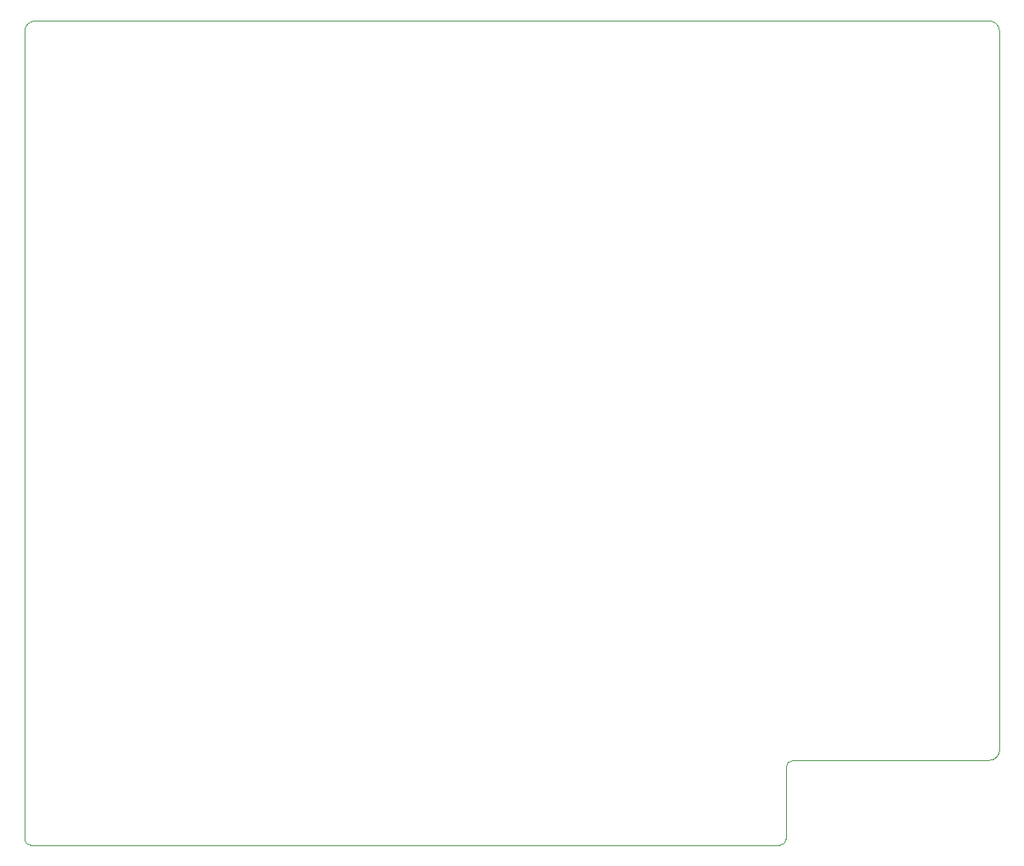
<source format=gbr>
%TF.GenerationSoftware,KiCad,Pcbnew,7.0.6*%
%TF.CreationDate,2023-08-28T19:35:45+02:00*%
%TF.ProjectId,ps2_mouse_to_serial_port_adapter_ISA_card,7073325f-6d6f-4757-9365-5f746f5f7365,rev?*%
%TF.SameCoordinates,Original*%
%TF.FileFunction,Profile,NP*%
%FSLAX46Y46*%
G04 Gerber Fmt 4.6, Leading zero omitted, Abs format (unit mm)*
G04 Created by KiCad (PCBNEW 7.0.6) date 2023-08-28 19:35:45*
%MOMM*%
%LPD*%
G01*
G04 APERTURE LIST*
%TA.AperFunction,Profile*%
%ADD10C,0.050000*%
%TD*%
G04 APERTURE END LIST*
D10*
X12827000Y-99822000D02*
G75*
G03*
X13462000Y-100457000I635000J0D01*
G01*
X13970000Y-12700000D02*
X115443000Y-12700000D01*
X116586000Y-13843000D02*
X116586000Y-90297000D01*
X13970000Y-12700000D02*
G75*
G03*
X12827000Y-13843000I0J-1143000D01*
G01*
X115443000Y-91440000D02*
G75*
G03*
X116586000Y-90297000I0J1143000D01*
G01*
X93218000Y-100457000D02*
G75*
G03*
X93853000Y-99822000I0J635000D01*
G01*
X94615000Y-91440000D02*
G75*
G03*
X93853000Y-92202000I0J-762000D01*
G01*
X116586000Y-13843000D02*
G75*
G03*
X115443000Y-12700000I-1143000J0D01*
G01*
X93218000Y-100457000D02*
X13462000Y-100457000D01*
X94615000Y-91440000D02*
X115443000Y-91440000D01*
X93853000Y-92202000D02*
X93853000Y-99822000D01*
X12827000Y-99822000D02*
X12827000Y-13843000D01*
M02*

</source>
